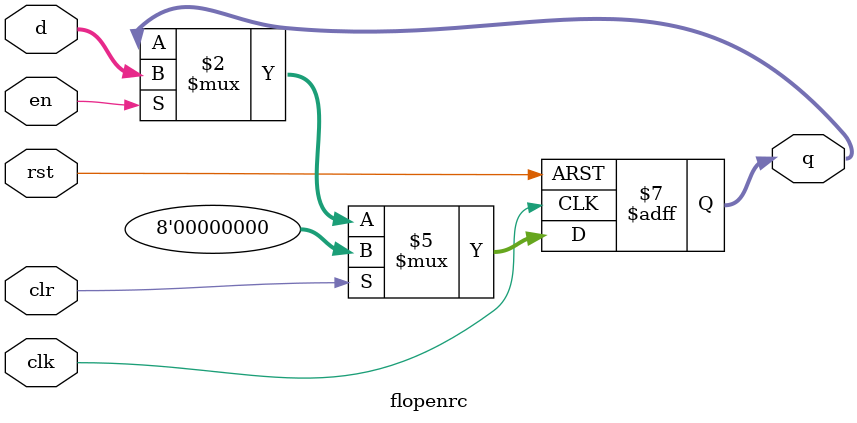
<source format=v>
`timescale 1ns / 1ps

module flopenrc #(parameter WIDTH = 8)(
	input wire clk,rst,en,clr,
	input wire [WIDTH-1:0] d,
	output reg [WIDTH-1:0] q
	);
	always @(posedge clk,posedge rst)
	begin
	if(rst) begin
		q <= 0;
		end
	else if(clr) begin
		q <= 0;
	end
	else if(en) begin
		q <= d;
	end
	end	
	
endmodule

</source>
